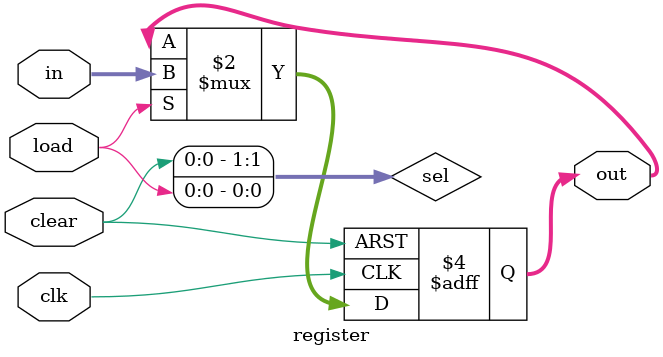
<source format=sv>
module register # (parameter N = 8)
   (input                clk,   // implied input wire
    input                load,
    input                clear,
    input        [N-1:0] in,
    output logic [N-1:0] out
    );

    wire [1:0] sel = {clear, load};
	 
  always_ff @ (posedge clk, posedge clear)    begin
// fill in guts
//  if(...) out <= ... ;          // use <= nonblocking assignment!
//  else if(...) out <= ... ;
//   clear   load    out
// 	   1       0      0	   (clear output)
//     1       1      0
//     0       0     hold  (no change in output)
//     0       1      in   (update output)
    if (clear) begin
      out <= 0;
    end
    else if (load) begin
      out <= in;
    end
// Aside: What would be the impact of leaving posedge clear out of 
//  the sensitivity list? 
end	
		
endmodule


</source>
